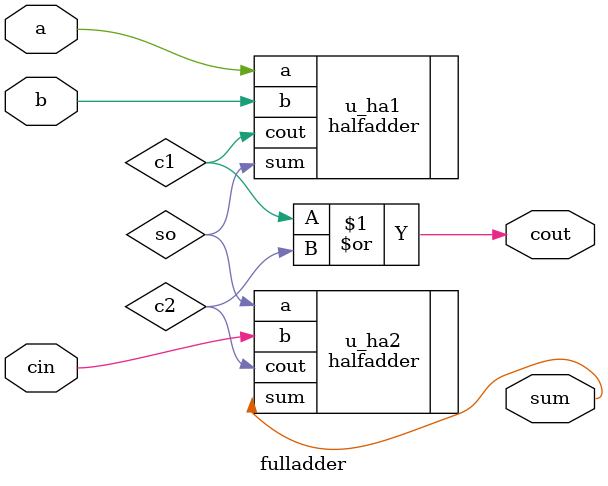
<source format=v>
`include "half_Adder.v"
module fulladder (
     input wire a,b,cin,
     output wire sum,cout
);
wire so,c1,c2;

halfadder u_ha1(
    .a(a),
    .b(b),
    .sum(so),
    .cout(c1)
);
halfadder u_ha2(
    .a(so),
    .b(cin),
    .sum(sum),
    .cout(c2)
);
assign cout =c1|c2;

endmodule
</source>
